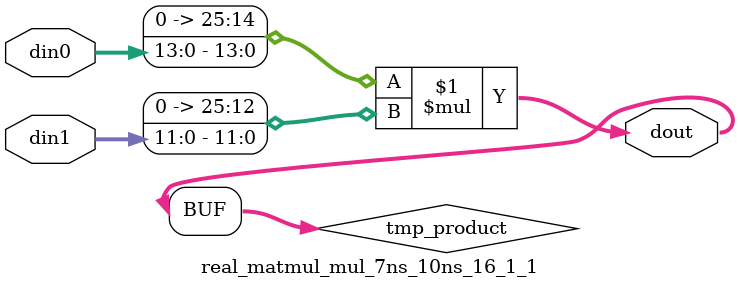
<source format=v>

`timescale 1 ns / 1 ps

  module real_matmul_mul_7ns_10ns_16_1_1(din0, din1, dout);
parameter ID = 1;
parameter NUM_STAGE = 0;
parameter din0_WIDTH = 14;
parameter din1_WIDTH = 12;
parameter dout_WIDTH = 26;

input [din0_WIDTH - 1 : 0] din0; 
input [din1_WIDTH - 1 : 0] din1; 
output [dout_WIDTH - 1 : 0] dout;

wire signed [dout_WIDTH - 1 : 0] tmp_product;










assign tmp_product = $signed({1'b0, din0}) * $signed({1'b0, din1});











assign dout = tmp_product;







endmodule

</source>
